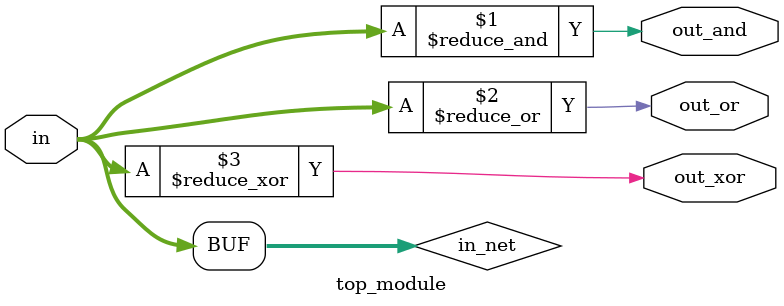
<source format=sv>
module top_module (
    input [3:0] in,
    output out_and,
    output out_or,
    output out_xor
);

wire [3:0] in_net;
assign in_net = in;

// Assign the out_and output to the result of a logical AND operation on all of the bits in the in[3:0] inputs
assign out_and = &in_net;

// Assign the out_or output to the result of a logical OR operation on all of the bits in the in[3:0] inputs
assign out_or = |in_net;

// Assign the out_xor output to the result of a logical XOR operation on all of the bits in the in[3:0] inputs
assign out_xor = ^in_net;

endmodule

</source>
